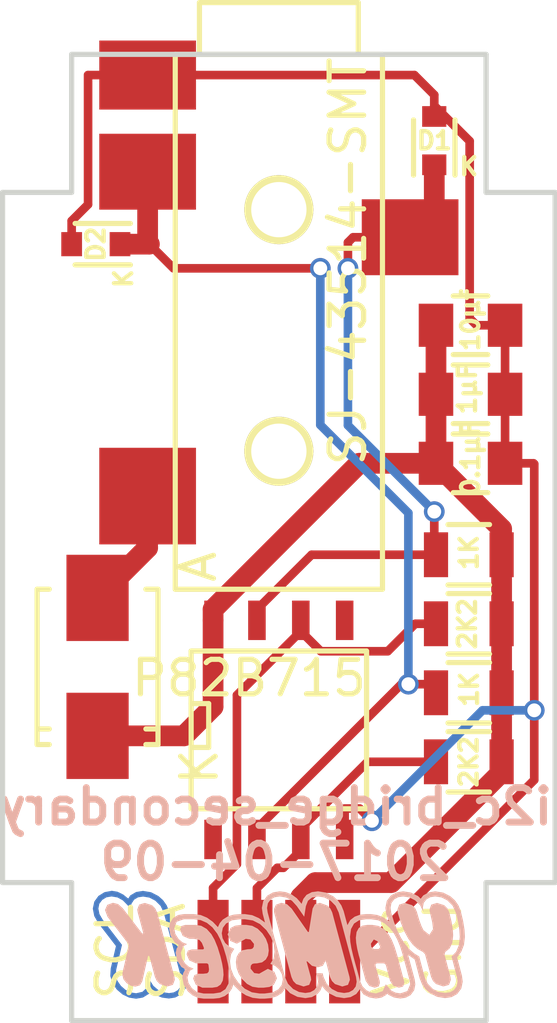
<source format=kicad_pcb>
(kicad_pcb (version 20171130) (host pcbnew "(5.1.12)-1")

  (general
    (thickness 1.6)
    (drawings 41)
    (tracks 97)
    (zones 0)
    (modules 14)
    (nets 8)
  )

  (page A4)
  (layers
    (0 F.Cu signal)
    (31 B.Cu signal)
    (32 B.Adhes user hide)
    (33 F.Adhes user hide)
    (34 B.Paste user hide)
    (35 F.Paste user hide)
    (36 B.SilkS user hide)
    (37 F.SilkS user hide)
    (38 B.Mask user hide)
    (39 F.Mask user hide)
    (40 Dwgs.User user hide)
    (41 Cmts.User user hide)
    (42 Eco1.User user hide)
    (43 Eco2.User user hide)
    (44 Edge.Cuts user)
    (45 Margin user hide)
    (46 B.CrtYd user hide)
    (47 F.CrtYd user hide)
    (48 B.Fab user hide)
    (49 F.Fab user hide)
  )

  (setup
    (last_trace_width 0.25)
    (user_trace_width 0.6)
    (trace_clearance 0.2)
    (zone_clearance 0.508)
    (zone_45_only no)
    (trace_min 0.2)
    (via_size 0.6)
    (via_drill 0.4)
    (via_min_size 0.4)
    (via_min_drill 0.3)
    (uvia_size 0.3)
    (uvia_drill 0.1)
    (uvias_allowed no)
    (uvia_min_size 0.2)
    (uvia_min_drill 0.1)
    (edge_width 0.15)
    (segment_width 0.2)
    (pcb_text_width 0.3)
    (pcb_text_size 1.5 1.5)
    (mod_edge_width 0.15)
    (mod_text_size 1 1)
    (mod_text_width 0.15)
    (pad_size 1.6 3.4)
    (pad_drill 0)
    (pad_to_mask_clearance 0.2)
    (aux_axis_origin 50 45)
    (visible_elements 7FFFFFFF)
    (pcbplotparams
      (layerselection 0x00030_80000001)
      (usegerberextensions false)
      (usegerberattributes true)
      (usegerberadvancedattributes true)
      (creategerberjobfile true)
      (excludeedgelayer true)
      (linewidth 0.100000)
      (plotframeref false)
      (viasonmask false)
      (mode 1)
      (useauxorigin false)
      (hpglpennumber 1)
      (hpglpenspeed 20)
      (hpglpendiameter 15.000000)
      (psnegative false)
      (psa4output false)
      (plotreference true)
      (plotvalue true)
      (plotinvisibletext false)
      (padsonsilk false)
      (subtractmaskfromsilk false)
      (outputformat 1)
      (mirror false)
      (drillshape 1)
      (scaleselection 1)
      (outputdirectory ""))
  )

  (net 0 "")
  (net 1 +5V)
  (net 2 GND)
  (net 3 /i2c_bridge_common/SCL_connector)
  (net 4 /i2c_bridge_common/SDA_connector)
  (net 5 /i2c_bridge_common/SCL_inside)
  (net 6 /i2c_bridge_common/SDA_inside)
  (net 7 "Net-(D3-Pad2)")

  (net_class Default "This is the default net class."
    (clearance 0.2)
    (trace_width 0.25)
    (via_dia 0.6)
    (via_drill 0.4)
    (uvia_dia 0.3)
    (uvia_drill 0.1)
    (add_net +5V)
    (add_net /i2c_bridge_common/SCL_connector)
    (add_net /i2c_bridge_common/SCL_inside)
    (add_net /i2c_bridge_common/SDA_connector)
    (add_net /i2c_bridge_common/SDA_inside)
    (add_net GND)
    (add_net "Net-(D3-Pad2)")
  )

  (net_class power ""
    (clearance 0.3)
    (trace_width 0.4)
    (via_dia 0.8)
    (via_drill 0.6)
    (uvia_dia 0.3)
    (uvia_drill 0.1)
  )

  (module myComponents:solderPads_4_Grove_I2C (layer F.Cu) (tedit 58E53D59) (tstamp 0)
    (at 50 71)
    (path /58E54ECF)
    (fp_text reference I2C1 (at 0.635 2.54) (layer F.SilkS) hide
      (effects (font (size 1 1) (thickness 0.15)))
    )
    (fp_text value CONN_01X04 (at 0 3) (layer F.Fab)
      (effects (font (size 1 1) (thickness 0.15)))
    )
    (fp_text user SDA (at -3.25 0 90) (layer F.SilkS)
      (effects (font (size 1 1) (thickness 0.15)))
    )
    (fp_text user SCL (at -4.75 0 90) (layer F.SilkS)
      (effects (font (size 1 1) (thickness 0.15)))
    )
    (fp_text user Gnd (at 4.75 0 90) (layer F.SilkS)
      (effects (font (size 1 1) (thickness 0.15)))
    )
    (fp_text user Vcc (at 3.25 0 90) (layer F.SilkS)
      (effects (font (size 1 1) (thickness 0.15)))
    )
    (pad 1 smd rect (at -1.905 0) (size 0.9 3) (layers F.Cu F.Paste F.Mask)
      (net 5 /i2c_bridge_common/SCL_inside))
    (pad 2 smd rect (at -0.635 0) (size 0.9 3) (layers F.Cu F.Paste F.Mask)
      (net 6 /i2c_bridge_common/SDA_inside))
    (pad 3 smd rect (at 0.635 0) (size 0.9 3) (layers F.Cu F.Paste F.Mask)
      (net 1 +5V))
    (pad 4 smd rect (at 1.905 0) (size 0.9 3) (layers F.Cu F.Paste F.Mask)
      (net 2 GND))
  )

  (module Capacitors_SMD:C_0805 (layer F.Cu) (tedit 58E6699A) (tstamp 58E665DA)
    (at 55.55 52.85)
    (descr "Capacitor SMD 0805, reflow soldering, AVX (see smccp.pdf)")
    (tags "capacitor 0805")
    (path /58E667B4/58E68B64)
    (attr smd)
    (fp_text reference C1 (at 2.5 0) (layer F.Fab)
      (effects (font (size 1 1) (thickness 0.15)))
    )
    (fp_text value 10µf (at 0 -0.15 270) (layer F.SilkS)
      (effects (font (size 0.5 0.5) (thickness 0.125)))
    )
    (fp_line (start -0.5 0.85) (end 0.5 0.85) (layer F.SilkS) (width 0.15))
    (fp_line (start 0.5 -0.85) (end -0.5 -0.85) (layer F.SilkS) (width 0.15))
    (fp_line (start 1.8 -1) (end 1.8 1) (layer F.CrtYd) (width 0.05))
    (fp_line (start -1.8 -1) (end -1.8 1) (layer F.CrtYd) (width 0.05))
    (fp_line (start -1.8 1) (end 1.8 1) (layer F.CrtYd) (width 0.05))
    (fp_line (start -1.8 -1) (end 1.8 -1) (layer F.CrtYd) (width 0.05))
    (fp_line (start -1 -0.625) (end 1 -0.625) (layer F.Fab) (width 0.15))
    (fp_line (start 1 -0.625) (end 1 0.625) (layer F.Fab) (width 0.15))
    (fp_line (start 1 0.625) (end -1 0.625) (layer F.Fab) (width 0.15))
    (fp_line (start -1 0.625) (end -1 -0.625) (layer F.Fab) (width 0.15))
    (pad 1 smd rect (at -1 0) (size 1 1.25) (layers F.Cu F.Paste F.Mask)
      (net 1 +5V))
    (pad 2 smd rect (at 1 0) (size 1 1.25) (layers F.Cu F.Paste F.Mask)
      (net 2 GND))
    (model Capacitors_SMD.3dshapes/C_0805.wrl
      (at (xyz 0 0 0))
      (scale (xyz 1 1 1))
      (rotate (xyz 0 0 0))
    )
  )

  (module Capacitors_SMD:C_0805 (layer F.Cu) (tedit 58E669AE) (tstamp 58E665EA)
    (at 55.55 54.85)
    (descr "Capacitor SMD 0805, reflow soldering, AVX (see smccp.pdf)")
    (tags "capacitor 0805")
    (path /58E667B4/58E68B6B)
    (attr smd)
    (fp_text reference C2 (at 2.404999 -0.065) (layer F.Fab)
      (effects (font (size 1 1) (thickness 0.15)))
    )
    (fp_text value 1µF (at -0.095001 -0.15 270) (layer F.SilkS)
      (effects (font (size 0.5 0.5) (thickness 0.125)))
    )
    (fp_line (start -0.5 0.85) (end 0.5 0.85) (layer F.SilkS) (width 0.15))
    (fp_line (start 0.5 -0.85) (end -0.5 -0.85) (layer F.SilkS) (width 0.15))
    (fp_line (start 1.8 -1) (end 1.8 1) (layer F.CrtYd) (width 0.05))
    (fp_line (start -1.8 -1) (end -1.8 1) (layer F.CrtYd) (width 0.05))
    (fp_line (start -1.8 1) (end 1.8 1) (layer F.CrtYd) (width 0.05))
    (fp_line (start -1.8 -1) (end 1.8 -1) (layer F.CrtYd) (width 0.05))
    (fp_line (start -1 -0.625) (end 1 -0.625) (layer F.Fab) (width 0.15))
    (fp_line (start 1 -0.625) (end 1 0.625) (layer F.Fab) (width 0.15))
    (fp_line (start 1 0.625) (end -1 0.625) (layer F.Fab) (width 0.15))
    (fp_line (start -1 0.625) (end -1 -0.625) (layer F.Fab) (width 0.15))
    (pad 1 smd rect (at -1 0) (size 1 1.25) (layers F.Cu F.Paste F.Mask)
      (net 1 +5V))
    (pad 2 smd rect (at 1 0) (size 1 1.25) (layers F.Cu F.Paste F.Mask)
      (net 2 GND))
    (model Capacitors_SMD.3dshapes/C_0805.wrl
      (at (xyz 0 0 0))
      (scale (xyz 1 1 1))
      (rotate (xyz 0 0 0))
    )
  )

  (module Capacitors_SMD:C_0805 (layer F.Cu) (tedit 58E669DD) (tstamp 58E665FA)
    (at 55.55 56.85)
    (descr "Capacitor SMD 0805, reflow soldering, AVX (see smccp.pdf)")
    (tags "capacitor 0805")
    (path /58E667B4/58E68B72)
    (attr smd)
    (fp_text reference C3 (at 2.5 0) (layer F.Fab)
      (effects (font (size 1 1) (thickness 0.15)))
    )
    (fp_text value 0.1µF (at 0 -0.15 270) (layer F.SilkS)
      (effects (font (size 0.5 0.5) (thickness 0.125)))
    )
    (fp_line (start -0.5 0.85) (end 0.5 0.85) (layer F.SilkS) (width 0.15))
    (fp_line (start 0.5 -0.85) (end -0.5 -0.85) (layer F.SilkS) (width 0.15))
    (fp_line (start 1.8 -1) (end 1.8 1) (layer F.CrtYd) (width 0.05))
    (fp_line (start -1.8 -1) (end -1.8 1) (layer F.CrtYd) (width 0.05))
    (fp_line (start -1.8 1) (end 1.8 1) (layer F.CrtYd) (width 0.05))
    (fp_line (start -1.8 -1) (end 1.8 -1) (layer F.CrtYd) (width 0.05))
    (fp_line (start -1 -0.625) (end 1 -0.625) (layer F.Fab) (width 0.15))
    (fp_line (start 1 -0.625) (end 1 0.625) (layer F.Fab) (width 0.15))
    (fp_line (start 1 0.625) (end -1 0.625) (layer F.Fab) (width 0.15))
    (fp_line (start -1 0.625) (end -1 -0.625) (layer F.Fab) (width 0.15))
    (pad 1 smd rect (at -1 0) (size 1 1.25) (layers F.Cu F.Paste F.Mask)
      (net 1 +5V))
    (pad 2 smd rect (at 1 0) (size 1 1.25) (layers F.Cu F.Paste F.Mask)
      (net 2 GND))
    (model Capacitors_SMD.3dshapes/C_0805.wrl
      (at (xyz 0 0 0))
      (scale (xyz 1 1 1))
      (rotate (xyz 0 0 0))
    )
  )

  (module Diodes_SMD:SOD-523 (layer F.Cu) (tedit 58E7A419) (tstamp 58E665FB)
    (at 54.5 47.5 90)
    (descr "http://www.diodes.com/datasheets/ap02001.pdf p.144")
    (tags "Diode SOD523")
    (path /58E667B4/58E68B27)
    (attr smd)
    (fp_text reference D1 (at 0 0 180) (layer F.SilkS)
      (effects (font (size 0.5 0.5) (thickness 0.125)))
    )
    (fp_text value VESD05a1 (at 5 0 90) (layer F.Fab)
      (effects (font (size 1 1) (thickness 0.15)))
    )
    (fp_line (start 0.6 0.6) (end -1 0.6) (layer F.SilkS) (width 0.15))
    (fp_line (start 0.6 -0.6) (end -1 -0.6) (layer F.SilkS) (width 0.15))
    (fp_line (start 0.6 0.4) (end -0.6 0.4) (layer F.Fab) (width 0.15))
    (fp_line (start -0.6 0.4) (end -0.6 -0.4) (layer F.Fab) (width 0.15))
    (fp_line (start -0.6 -0.4) (end 0.6 -0.4) (layer F.Fab) (width 0.15))
    (fp_line (start 0.6 -0.4) (end 0.6 0.4) (layer F.Fab) (width 0.15))
    (fp_line (start -0.2 0.2) (end -0.2 -0.2) (layer F.Fab) (width 0.15))
    (fp_line (start -0.2 0) (end -0.35 0) (layer F.Fab) (width 0.15))
    (fp_line (start -0.2 0) (end 0.1 0.2) (layer F.Fab) (width 0.15))
    (fp_line (start 0.1 0.2) (end 0.1 -0.2) (layer F.Fab) (width 0.15))
    (fp_line (start 0.1 -0.2) (end -0.2 0) (layer F.Fab) (width 0.15))
    (fp_line (start 0.1 0) (end 0.25 0) (layer F.Fab) (width 0.15))
    (fp_line (start 1.25 0.75) (end -1.25 0.75) (layer F.CrtYd) (width 0.05))
    (fp_line (start -1.25 0.75) (end -1.25 -0.75) (layer F.CrtYd) (width 0.05))
    (fp_line (start -1.25 -0.75) (end 1.25 -0.75) (layer F.CrtYd) (width 0.05))
    (fp_line (start 1.25 -0.75) (end 1.25 0.75) (layer F.CrtYd) (width 0.05))
    (pad 2 smd rect (at 0.7 0 270) (size 0.6 0.7) (layers F.Cu F.Paste F.Mask)
      (net 2 GND))
    (pad 1 smd rect (at -0.7 0 270) (size 0.6 0.7) (layers F.Cu F.Paste F.Mask)
      (net 3 /i2c_bridge_common/SCL_connector))
  )

  (module Diodes_SMD:SOD-523 (layer F.Cu) (tedit 58E7A473) (tstamp 0)
    (at 44.7 50.5 180)
    (descr "http://www.diodes.com/datasheets/ap02001.pdf p.144")
    (tags "Diode SOD523")
    (path /58E667B4/58E68B2E)
    (attr smd)
    (fp_text reference D2 (at 0 0 270) (layer F.SilkS)
      (effects (font (size 0.5 0.5) (thickness 0.125)))
    )
    (fp_text value VESD05a1 (at 6.7 0 180) (layer F.Fab)
      (effects (font (size 1 1) (thickness 0.15)))
    )
    (fp_line (start 0.6 0.6) (end -1 0.6) (layer F.SilkS) (width 0.15))
    (fp_line (start 0.6 -0.6) (end -1 -0.6) (layer F.SilkS) (width 0.15))
    (fp_line (start 0.6 0.4) (end -0.6 0.4) (layer F.Fab) (width 0.15))
    (fp_line (start -0.6 0.4) (end -0.6 -0.4) (layer F.Fab) (width 0.15))
    (fp_line (start -0.6 -0.4) (end 0.6 -0.4) (layer F.Fab) (width 0.15))
    (fp_line (start 0.6 -0.4) (end 0.6 0.4) (layer F.Fab) (width 0.15))
    (fp_line (start -0.2 0.2) (end -0.2 -0.2) (layer F.Fab) (width 0.15))
    (fp_line (start -0.2 0) (end -0.35 0) (layer F.Fab) (width 0.15))
    (fp_line (start -0.2 0) (end 0.1 0.2) (layer F.Fab) (width 0.15))
    (fp_line (start 0.1 0.2) (end 0.1 -0.2) (layer F.Fab) (width 0.15))
    (fp_line (start 0.1 -0.2) (end -0.2 0) (layer F.Fab) (width 0.15))
    (fp_line (start 0.1 0) (end 0.25 0) (layer F.Fab) (width 0.15))
    (fp_line (start 1.25 0.75) (end -1.25 0.75) (layer F.CrtYd) (width 0.05))
    (fp_line (start -1.25 0.75) (end -1.25 -0.75) (layer F.CrtYd) (width 0.05))
    (fp_line (start -1.25 -0.75) (end 1.25 -0.75) (layer F.CrtYd) (width 0.05))
    (fp_line (start 1.25 -0.75) (end 1.25 0.75) (layer F.CrtYd) (width 0.05))
    (pad 2 smd rect (at 0.7 0) (size 0.6 0.7) (layers F.Cu F.Paste F.Mask)
      (net 2 GND))
    (pad 1 smd rect (at -0.7 0) (size 0.6 0.7) (layers F.Cu F.Paste F.Mask)
      (net 4 /i2c_bridge_common/SDA_connector))
  )

  (module SMD_Packages:SOIC-8-N (layer F.Cu) (tedit 58E7A4A6) (tstamp 58E6668D)
    (at 50 64.575)
    (descr "Module Narrow CMS SOJ 8 pins large")
    (tags "CMS SOJ")
    (path /58E667B4/58E68B1E)
    (attr smd)
    (fp_text reference U1 (at -0.365 1.5) (layer F.Fab)
      (effects (font (size 1 1) (thickness 0.15)))
    )
    (fp_text value P82B715 (at -0.865 -1.5) (layer F.SilkS)
      (effects (font (size 1 1) (thickness 0.15)))
    )
    (fp_line (start -2.032 0.508) (end -2.54 0.508) (layer F.SilkS) (width 0.15))
    (fp_line (start -2.032 -0.762) (end -2.032 0.508) (layer F.SilkS) (width 0.15))
    (fp_line (start -2.54 -0.762) (end -2.032 -0.762) (layer F.SilkS) (width 0.15))
    (fp_line (start -2.54 2.286) (end -2.54 -2.286) (layer F.SilkS) (width 0.15))
    (fp_line (start 2.54 2.286) (end -2.54 2.286) (layer F.SilkS) (width 0.15))
    (fp_line (start 2.54 -2.286) (end 2.54 2.286) (layer F.SilkS) (width 0.15))
    (fp_line (start -2.54 -2.286) (end 2.54 -2.286) (layer F.SilkS) (width 0.15))
    (pad 8 smd rect (at -1.905 -3.175) (size 0.508 1.143) (layers F.Cu F.Paste F.Mask)
      (net 1 +5V))
    (pad 7 smd rect (at -0.635 -3.175) (size 0.508 1.143) (layers F.Cu F.Paste F.Mask)
      (net 3 /i2c_bridge_common/SCL_connector))
    (pad 6 smd rect (at 0.635 -3.175) (size 0.508 1.143) (layers F.Cu F.Paste F.Mask)
      (net 5 /i2c_bridge_common/SCL_inside))
    (pad 5 smd rect (at 1.905 -3.175) (size 0.508 1.143) (layers F.Cu F.Paste F.Mask))
    (pad 4 smd rect (at 1.905 3.175) (size 0.508 1.143) (layers F.Cu F.Paste F.Mask)
      (net 2 GND))
    (pad 3 smd rect (at 0.635 3.175) (size 0.508 1.143) (layers F.Cu F.Paste F.Mask)
      (net 6 /i2c_bridge_common/SDA_inside))
    (pad 2 smd rect (at -0.635 3.175) (size 0.508 1.143) (layers F.Cu F.Paste F.Mask)
      (net 4 /i2c_bridge_common/SDA_connector))
    (pad 1 smd rect (at -1.905 3.175) (size 0.508 1.143) (layers F.Cu F.Paste F.Mask))
    (model SMD_Packages.3dshapes/SOIC-8-N.wrl
      (at (xyz 0 0 0))
      (scale (xyz 0.5 0.38 0.5))
      (rotate (xyz 0 0 0))
    )
  )

  (module Resistors_SMD:R_0805 (layer F.Cu) (tedit 58E66A9B) (tstamp 0)
    (at 55.5 59.5)
    (descr "Resistor SMD 0805, reflow soldering, Vishay (see dcrcw.pdf)")
    (tags "resistor 0805")
    (path /58E667B4/58E68B35)
    (attr smd)
    (fp_text reference R1 (at 2.254999 -0.065) (layer F.Fab)
      (effects (font (size 1 1) (thickness 0.15)))
    )
    (fp_text value 1K (at 0.004999 -0.065 270) (layer F.SilkS)
      (effects (font (size 0.5 0.5) (thickness 0.125)))
    )
    (fp_line (start -0.6 -0.875) (end 0.6 -0.875) (layer F.SilkS) (width 0.15))
    (fp_line (start 0.6 0.875) (end -0.6 0.875) (layer F.SilkS) (width 0.15))
    (fp_line (start 1.6 -1) (end 1.6 1) (layer F.CrtYd) (width 0.05))
    (fp_line (start -1.6 -1) (end -1.6 1) (layer F.CrtYd) (width 0.05))
    (fp_line (start -1.6 1) (end 1.6 1) (layer F.CrtYd) (width 0.05))
    (fp_line (start -1.6 -1) (end 1.6 -1) (layer F.CrtYd) (width 0.05))
    (fp_line (start -1 -0.625) (end 1 -0.625) (layer F.Fab) (width 0.1))
    (fp_line (start 1 -0.625) (end 1 0.625) (layer F.Fab) (width 0.1))
    (fp_line (start 1 0.625) (end -1 0.625) (layer F.Fab) (width 0.1))
    (fp_line (start -1 0.625) (end -1 -0.625) (layer F.Fab) (width 0.1))
    (pad 1 smd rect (at -0.95 0) (size 0.7 1.3) (layers F.Cu F.Paste F.Mask)
      (net 3 /i2c_bridge_common/SCL_connector))
    (pad 2 smd rect (at 0.95 0) (size 0.7 1.3) (layers F.Cu F.Paste F.Mask)
      (net 1 +5V))
    (model Resistors_SMD.3dshapes/R_0805.wrl
      (at (xyz 0 0 0))
      (scale (xyz 1 1 1))
      (rotate (xyz 0 0 0))
    )
  )

  (module Resistors_SMD:R_0805 (layer F.Cu) (tedit 58E66A6F) (tstamp 0)
    (at 55.5 63.5)
    (descr "Resistor SMD 0805, reflow soldering, Vishay (see dcrcw.pdf)")
    (tags "resistor 0805")
    (path /58E667B4/58E68B3C)
    (attr smd)
    (fp_text reference R2 (at 2.264999 -0.115) (layer F.Fab)
      (effects (font (size 1 1) (thickness 0.15)))
    )
    (fp_text value 1K (at 0.014999 -0.1 270) (layer F.SilkS)
      (effects (font (size 0.5 0.5) (thickness 0.125)))
    )
    (fp_line (start -0.6 -0.875) (end 0.6 -0.875) (layer F.SilkS) (width 0.15))
    (fp_line (start 0.6 0.875) (end -0.6 0.875) (layer F.SilkS) (width 0.15))
    (fp_line (start 1.6 -1) (end 1.6 1) (layer F.CrtYd) (width 0.05))
    (fp_line (start -1.6 -1) (end -1.6 1) (layer F.CrtYd) (width 0.05))
    (fp_line (start -1.6 1) (end 1.6 1) (layer F.CrtYd) (width 0.05))
    (fp_line (start -1.6 -1) (end 1.6 -1) (layer F.CrtYd) (width 0.05))
    (fp_line (start -1 -0.625) (end 1 -0.625) (layer F.Fab) (width 0.1))
    (fp_line (start 1 -0.625) (end 1 0.625) (layer F.Fab) (width 0.1))
    (fp_line (start 1 0.625) (end -1 0.625) (layer F.Fab) (width 0.1))
    (fp_line (start -1 0.625) (end -1 -0.625) (layer F.Fab) (width 0.1))
    (pad 1 smd rect (at -0.95 0) (size 0.7 1.3) (layers F.Cu F.Paste F.Mask)
      (net 4 /i2c_bridge_common/SDA_connector))
    (pad 2 smd rect (at 0.95 0) (size 0.7 1.3) (layers F.Cu F.Paste F.Mask)
      (net 1 +5V))
    (model Resistors_SMD.3dshapes/R_0805.wrl
      (at (xyz 0 0 0))
      (scale (xyz 1 1 1))
      (rotate (xyz 0 0 0))
    )
  )

  (module Resistors_SMD:R_0805 (layer F.Cu) (tedit 58E66AB2) (tstamp 58E674A4)
    (at 55.5 61.5)
    (descr "Resistor SMD 0805, reflow soldering, Vishay (see dcrcw.pdf)")
    (tags "resistor 0805")
    (path /58E667B4/58E68B4A)
    (attr smd)
    (fp_text reference R3 (at 2.204999 0.065) (layer F.Fab)
      (effects (font (size 1 1) (thickness 0.15)))
    )
    (fp_text value 2K2 (at -0.045001 0 270) (layer F.SilkS)
      (effects (font (size 0.5 0.5) (thickness 0.125)))
    )
    (fp_line (start -0.6 -0.875) (end 0.6 -0.875) (layer F.SilkS) (width 0.15))
    (fp_line (start 0.6 0.875) (end -0.6 0.875) (layer F.SilkS) (width 0.15))
    (fp_line (start 1.6 -1) (end 1.6 1) (layer F.CrtYd) (width 0.05))
    (fp_line (start -1.6 -1) (end -1.6 1) (layer F.CrtYd) (width 0.05))
    (fp_line (start -1.6 1) (end 1.6 1) (layer F.CrtYd) (width 0.05))
    (fp_line (start -1.6 -1) (end 1.6 -1) (layer F.CrtYd) (width 0.05))
    (fp_line (start -1 -0.625) (end 1 -0.625) (layer F.Fab) (width 0.1))
    (fp_line (start 1 -0.625) (end 1 0.625) (layer F.Fab) (width 0.1))
    (fp_line (start 1 0.625) (end -1 0.625) (layer F.Fab) (width 0.1))
    (fp_line (start -1 0.625) (end -1 -0.625) (layer F.Fab) (width 0.1))
    (pad 1 smd rect (at -0.95 0) (size 0.7 1.3) (layers F.Cu F.Paste F.Mask)
      (net 5 /i2c_bridge_common/SCL_inside))
    (pad 2 smd rect (at 0.95 0) (size 0.7 1.3) (layers F.Cu F.Paste F.Mask)
      (net 1 +5V))
    (model Resistors_SMD.3dshapes/R_0805.wrl
      (at (xyz 0 0 0))
      (scale (xyz 1 1 1))
      (rotate (xyz 0 0 0))
    )
  )

  (module Resistors_SMD:R_0805 (layer F.Cu) (tedit 58E66AD3) (tstamp 58E674B3)
    (at 55.5 65.5)
    (descr "Resistor SMD 0805, reflow soldering, Vishay (see dcrcw.pdf)")
    (tags "resistor 0805")
    (path /58E667B4/58E68B43)
    (attr smd)
    (fp_text reference R4 (at 2.214999 -0.115) (layer F.Fab)
      (effects (font (size 1 1) (thickness 0.15)))
    )
    (fp_text value 2K2 (at 0 0 270) (layer F.SilkS)
      (effects (font (size 0.5 0.5) (thickness 0.125)))
    )
    (fp_line (start -0.6 -0.875) (end 0.6 -0.875) (layer F.SilkS) (width 0.15))
    (fp_line (start 0.6 0.875) (end -0.6 0.875) (layer F.SilkS) (width 0.15))
    (fp_line (start 1.6 -1) (end 1.6 1) (layer F.CrtYd) (width 0.05))
    (fp_line (start -1.6 -1) (end -1.6 1) (layer F.CrtYd) (width 0.05))
    (fp_line (start -1.6 1) (end 1.6 1) (layer F.CrtYd) (width 0.05))
    (fp_line (start -1.6 -1) (end 1.6 -1) (layer F.CrtYd) (width 0.05))
    (fp_line (start -1 -0.625) (end 1 -0.625) (layer F.Fab) (width 0.1))
    (fp_line (start 1 -0.625) (end 1 0.625) (layer F.Fab) (width 0.1))
    (fp_line (start 1 0.625) (end -1 0.625) (layer F.Fab) (width 0.1))
    (fp_line (start -1 0.625) (end -1 -0.625) (layer F.Fab) (width 0.1))
    (pad 1 smd rect (at -0.95 0) (size 0.7 1.3) (layers F.Cu F.Paste F.Mask)
      (net 6 /i2c_bridge_common/SDA_inside))
    (pad 2 smd rect (at 0.95 0) (size 0.7 1.3) (layers F.Cu F.Paste F.Mask)
      (net 1 +5V))
    (model Resistors_SMD.3dshapes/R_0805.wrl
      (at (xyz 0 0 0))
      (scale (xyz 1 1 1))
      (rotate (xyz 0 0 0))
    )
  )

  (module myComponents:audio_smd_SJ-43514-SMT (layer F.Cu) (tedit 58E7A452) (tstamp 58E59A50)
    (at 50 45 270)
    (path /58E2915A)
    (fp_text reference TRRS1 (at 6 2 270) (layer F.Fab)
      (effects (font (size 1 1) (thickness 0.15)))
    )
    (fp_text value SJ-43514-SMT (at 6 -2 270) (layer F.SilkS)
      (effects (font (size 1 1) (thickness 0.15)))
    )
    (fp_line (start -1.5 2.3) (end 0 2.3) (layer F.SilkS) (width 0.15))
    (fp_line (start -1.5 -2.3) (end -1.5 2.3) (layer F.SilkS) (width 0.15))
    (fp_line (start 0 -2.3) (end -1.5 -2.3) (layer F.SilkS) (width 0.15))
    (fp_line (start 15.5 -3) (end 0 -3) (layer F.SilkS) (width 0.15))
    (fp_line (start 15.5 3) (end 15.5 -3) (layer F.SilkS) (width 0.15))
    (fp_line (start 0 3) (end 15.5 3) (layer F.SilkS) (width 0.15))
    (fp_line (start 0 -3) (end 0 3) (layer F.SilkS) (width 0.15))
    (pad "" thru_hole circle (at 4.5 0 270) (size 2 2) (drill 1.6) (layers *.Cu *.Mask F.SilkS))
    (pad "" thru_hole circle (at 11.5 0 270) (size 2 2) (drill 1.6) (layers *.Cu *.Mask F.SilkS))
    (pad 4 smd rect (at 3.4 3.8 270) (size 2.2 2.8) (layers F.Cu F.Paste F.Mask)
      (net 4 /i2c_bridge_common/SDA_connector))
    (pad 2 smd rect (at 12.8 3.8 270) (size 2.8 2.8) (layers F.Cu F.Paste F.Mask)
      (net 7 "Net-(D3-Pad2)"))
    (pad 3 smd rect (at 5.3 -3.8 270) (size 2.2 2.8) (layers F.Cu F.Paste F.Mask)
      (net 3 /i2c_bridge_common/SCL_connector))
    (pad 1 smd rect (at 0.6 3.8 270) (size 2 2.8) (layers F.Cu F.Paste F.Mask)
      (net 2 GND))
    (model /mnt/gruscht/projects/keyboard/kicad_boards/myComponents.pretty/3d-models/audio_jack_SJ-43514-SMT.wrl
      (at (xyz 0 0 0))
      (scale (xyz 1 1 1))
      (rotate (xyz 0 0 0))
    )
  )

  (module Diodes_SMD:SMA_Standard (layer F.Cu) (tedit 552FF239) (tstamp 58E7E1A7)
    (at 44.75 62.749 90)
    (descr "Diode SMA")
    (tags "Diode SMA")
    (path /58E2BB79)
    (attr smd)
    (fp_text reference D3 (at 0 -3.81 90) (layer F.SilkS)
      (effects (font (size 1 1) (thickness 0.15)))
    )
    (fp_text value SS14 (at 0 4.3 90) (layer F.Fab)
      (effects (font (size 1 1) (thickness 0.15)))
    )
    (fp_circle (center 0 0) (end 0.20066 -0.0508) (layer F.Adhes) (width 0.381))
    (fp_line (start -2.25044 -1.75006) (end 2.25044 -1.75006) (layer F.SilkS) (width 0.15))
    (fp_line (start -2.25044 1.75006) (end 2.25044 1.75006) (layer F.SilkS) (width 0.15))
    (fp_line (start 2.25044 -1.75006) (end 2.25044 -1.39954) (layer F.SilkS) (width 0.15))
    (fp_line (start -2.25044 -1.75006) (end -2.25044 -1.39954) (layer F.SilkS) (width 0.15))
    (fp_line (start -2.25044 1.75006) (end -2.25044 1.39954) (layer F.SilkS) (width 0.15))
    (fp_line (start 2.25044 1.75006) (end 2.25044 1.39954) (layer F.SilkS) (width 0.15))
    (fp_line (start -1.79914 -1.75006) (end -1.79914 -1.39954) (layer F.SilkS) (width 0.15))
    (fp_line (start -1.79914 1.75006) (end -1.79914 1.39954) (layer F.SilkS) (width 0.15))
    (fp_line (start -3.5 2) (end -3.5 -2) (layer F.CrtYd) (width 0.05))
    (fp_line (start 3.5 2) (end -3.5 2) (layer F.CrtYd) (width 0.05))
    (fp_line (start 3.5 -2) (end 3.5 2) (layer F.CrtYd) (width 0.05))
    (fp_line (start -3.5 -2) (end 3.5 -2) (layer F.CrtYd) (width 0.05))
    (fp_text user K (at -2.9 2.95 90) (layer F.SilkS)
      (effects (font (size 1 1) (thickness 0.15)))
    )
    (fp_text user A (at 2.9 2.9 90) (layer F.SilkS)
      (effects (font (size 1 1) (thickness 0.15)))
    )
    (pad 1 smd rect (at -1.99898 0 90) (size 2.49936 1.80086) (layers F.Cu F.Paste F.Mask)
      (net 1 +5V))
    (pad 2 smd rect (at 1.99898 0 90) (size 2.49936 1.80086) (layers F.Cu F.Paste F.Mask)
      (net 7 "Net-(D3-Pad2)"))
    (model Diodes_SMD.3dshapes/SMA_Standard.wrl
      (at (xyz 0 0 0))
      (scale (xyz 0.3937 0.3937 0.3937))
      (rotate (xyz 0 0 180))
    )
  )

  (module myComponents:logo (layer B.Cu) (tedit 58EA325D) (tstamp 58EA2398)
    (at 50 70.8 180)
    (descr "Imported from logo.svg")
    (tags svg2mod)
    (attr smd)
    (fp_text reference svg2mod (at 0 4.613096 180) (layer B.SilkS) hide
      (effects (font (size 1.524 1.524) (thickness 0.3048)) (justify mirror))
    )
    (fp_text value G*** (at 0 -4.613096 180) (layer B.SilkS) hide
      (effects (font (size 1.524 1.524) (thickness 0.3048)) (justify mirror))
    )
    (fp_poly (pts (xy 4.849469 1.565096) (xy 4.269403 1.184452) (xy 4.288094 1.024728) (xy 4.377683 1.14052)
      (xy 4.517709 1.283795) (xy 4.673542 1.369697) (xy 4.845139 1.398312) (xy 4.845141 1.398312)
      (xy 4.99284 1.37304) (xy 5.114369 1.297292) (xy 5.198398 1.186229) (xy 5.226348 1.047124)
      (xy 5.194513 0.8872) (xy 5.09912 0.721668) (xy 4.542081 -0.003579) (xy 4.710289 -0.728827)
      (xy 4.721545 -0.890021) (xy 4.675505 -1.044571) (xy 4.572101 -1.192471) (xy 4.434993 -1.310963)
      (xy 4.287901 -1.382174) (xy 4.130853 -1.405947) (xy 3.95052 -1.36436) (xy 3.818348 -1.239649)
      (xy 3.734396 -1.031887) (xy 3.632515 -1.191611) (xy 3.491378 -1.312074) (xy 3.340945 -1.379539)
      (xy 3.181169 -1.402134) (xy 3.040854 -1.380509) (xy 2.926713 -1.315887) (xy 2.842679 -1.210267)
      (xy 2.814733 -1.072867) (xy 2.833313 -0.938491) (xy 3.334601 0.931332) (xy 3.425266 1.123678)
      (xy 3.577622 1.274896) (xy 3.748578 1.364848) (xy 3.93262 1.394976) (xy 4.077646 1.372381)
      (xy 4.190889 1.304916) (xy 4.269403 1.184452) (xy 4.849469 1.565096) (xy 4.671801 1.535847)
      (xy 4.509089 1.456195) (xy 4.361523 1.338277) (xy 4.303869 1.428337) (xy 4.134262 1.528135)
      (xy 3.936474 1.559854) (xy 3.701439 1.52161) (xy 3.486173 1.41023) (xy 3.352185 1.289699)
      (xy 3.249763 1.144163) (xy 3.182161 0.978036) (xy 2.681348 -0.893217) (xy 2.656092 -1.069526)
      (xy 2.702513 -1.27506) (xy 2.83097 -1.43882) (xy 2.996683 -1.529746) (xy 3.185494 -1.559378)
      (xy 3.388963 -1.531604) (xy 3.580044 -1.447874) (xy 3.703937 -1.305874) (xy 3.768747 -1.428337)
      (xy 3.936398 -1.530753) (xy 4.132801 -1.565096) (xy 4.336492 -1.533412) (xy 4.525196 -1.442854)
      (xy 4.692699 -1.300157) (xy 4.819928 -1.113438) (xy 4.881418 -0.906454) (xy 4.869427 -0.691656)
      (xy 4.717896 -0.039791) (xy 5.229191 0.62494) (xy 5.345838 0.829642) (xy 5.387869 1.046174)
      (xy 5.345095 1.248432) (xy 5.223949 1.415469) (xy 5.222029 1.415469) (xy 5.049702 1.523063)
      (xy 4.845618 1.561278) (xy 4.849469 1.565096)) (layer B.Cu) (width 0))
    (fp_poly (pts (xy 4.849469 1.565096) (xy 4.269403 1.184452) (xy 4.288094 1.024728) (xy 4.377683 1.14052)
      (xy 4.517709 1.283795) (xy 4.673542 1.369697) (xy 4.845139 1.398312) (xy 4.845141 1.398312)
      (xy 4.99284 1.37304) (xy 5.114369 1.297292) (xy 5.198398 1.186229) (xy 5.226348 1.047124)
      (xy 5.194513 0.8872) (xy 5.09912 0.721668) (xy 4.542081 -0.003579) (xy 4.710289 -0.728827)
      (xy 4.721545 -0.890021) (xy 4.675505 -1.044571) (xy 4.572101 -1.192471) (xy 4.434993 -1.310963)
      (xy 4.287901 -1.382174) (xy 4.130853 -1.405947) (xy 3.95052 -1.36436) (xy 3.818348 -1.239649)
      (xy 3.734396 -1.031887) (xy 3.632515 -1.191611) (xy 3.491378 -1.312074) (xy 3.340945 -1.379539)
      (xy 3.181169 -1.402134) (xy 3.040854 -1.380509) (xy 2.926713 -1.315887) (xy 2.842679 -1.210267)
      (xy 2.814733 -1.072867) (xy 2.833313 -0.938491) (xy 3.334601 0.931332) (xy 3.425266 1.123678)
      (xy 3.577622 1.274896) (xy 3.748578 1.364848) (xy 3.93262 1.394976) (xy 4.077646 1.372381)
      (xy 4.190889 1.304916) (xy 4.269403 1.184452) (xy 4.849469 1.565096) (xy 4.671801 1.535847)
      (xy 4.509089 1.456195) (xy 4.361523 1.338277) (xy 4.303869 1.428337) (xy 4.134262 1.528135)
      (xy 3.936474 1.559854) (xy 3.701439 1.52161) (xy 3.486173 1.41023) (xy 3.352185 1.289699)
      (xy 3.249763 1.144163) (xy 3.182161 0.978036) (xy 2.681348 -0.893217) (xy 2.656092 -1.069526)
      (xy 2.702513 -1.27506) (xy 2.83097 -1.43882) (xy 2.996683 -1.529746) (xy 3.185494 -1.559378)
      (xy 3.388963 -1.531604) (xy 3.580044 -1.447874) (xy 3.703937 -1.305874) (xy 3.768747 -1.428337)
      (xy 3.936398 -1.530753) (xy 4.132801 -1.565096) (xy 4.336492 -1.533412) (xy 4.525196 -1.442854)
      (xy 4.692699 -1.300157) (xy 4.819928 -1.113438) (xy 4.881418 -0.906454) (xy 4.869427 -0.691656)
      (xy 4.717896 -0.039791) (xy 5.229191 0.62494) (xy 5.345838 0.829642) (xy 5.387869 1.046174)
      (xy 5.345095 1.248432) (xy 5.223949 1.415469) (xy 5.222029 1.415469) (xy 5.049702 1.523063)
      (xy 4.845618 1.561278) (xy 4.849469 1.565096)) (layer B.Mask) (width 0))
    (fp_poly (pts (xy -4.169021 -0.209188) (xy -4.232584 -0.276484) (xy -4.408312 -0.934535) (xy -4.462524 -1.051377)
      (xy -4.550389 -1.140177) (xy -4.763504 -1.211217) (xy -4.926147 -1.162611) (xy -4.980361 -1.016793)
      (xy -4.96915 -0.934542) (xy -4.797162 -0.283968) (xy -4.819583 -0.209184) (xy -4.94629 -0.106156)
      (xy -5.022315 0.053371) (xy -5.047656 0.269398) (xy -5.035193 0.456345) (xy -4.997804 0.678188)
      (xy -4.935488 0.934929) (xy -4.880341 1.052705) (xy -4.789673 1.144307) (xy -4.580296 1.211603)
      (xy -4.41485 1.162997) (xy -4.359701 1.017179) (xy -4.374655 0.934917) (xy -4.441951 0.644216)
      (xy -4.464383 0.452595) (xy -4.35969 0.288082) (xy -4.187702 0.422684) (xy -4.12871 0.542745)
      (xy -4.066396 0.713489) (xy -4.000758 0.934917) (xy -4.004491 0.934917) (xy -3.950279 1.052694)
      (xy -3.862414 1.144298) (xy -3.649298 1.211594) (xy -3.486657 1.162987) (xy -3.432443 1.017168)
      (xy -3.443654 0.934917) (xy -3.43992 0.934917) (xy -3.531835 0.636218) (xy -3.635589 0.380724)
      (xy -3.751182 0.168435) (xy -3.878616 -0.000647) (xy -4.017889 -0.126525) (xy -4.169002 -0.209197)
      (xy -4.169021 -0.209188)) (layer B.SilkS) (width 0))
    (fp_poly (pts (xy 3.955243 -1.061664) (xy 3.790732 -0.340051) (xy 3.7683 -0.313875) (xy 3.745879 -0.347529)
      (xy 3.588845 -0.934541) (xy 3.534633 -1.051383) (xy 3.446768 -1.140182) (xy 3.233652 -1.211222)
      (xy 3.068206 -1.162617) (xy 3.013058 -1.016799) (xy 3.024268 -0.934538) (xy 3.525278 0.934928)
      (xy 3.580426 1.052705) (xy 3.671095 1.144308) (xy 3.880472 1.211604) (xy 4.045917 1.162998)
      (xy 4.101065 1.017179) (xy 4.08611 0.934928) (xy 3.929076 0.347915) (xy 3.936542 0.314261)
      (xy 3.970196 0.340427) (xy 4.52355 1.062041) (xy 4.653476 1.177013) (xy 4.803966 1.215337)
      (xy 4.968476 1.155518) (xy 5.035772 1.005961) (xy 4.960999 0.807796) (xy 4.370256 0.041317)
      (xy 4.347824 -0.040944) (xy 4.527289 -0.807424) (xy 4.531022 -0.870987) (xy 4.500177 -1.000915)
      (xy 4.407639 -1.114018) (xy 4.284256 -1.18973) (xy 4.153396 -1.214967) (xy 4.023469 -1.176643)
      (xy 3.955235 -1.06167) (xy 3.955243 -1.061664)) (layer B.SilkS) (width 0))
    (fp_poly (pts (xy -1.186372 1.215338) (xy -1.042282 1.173296) (xy -0.976708 1.04713) (xy -0.86854 0.374299)
      (xy -0.857106 0.366725) (xy -0.838524 0.374299) (xy -0.371068 1.04713) (xy -0.235666 1.173297)
      (xy -0.068485 1.215338) (xy 0.084951 1.159114) (xy 0.148802 1.013301) (xy 0.137367 0.935157)
      (xy -0.363445 -0.934666) (xy -0.415022 -1.051375) (xy -0.502108 -1.140042) (xy -0.715109 -1.211039)
      (xy -0.880569 -1.162437) (xy -0.935733 -1.016623) (xy -0.924298 -0.93466) (xy -0.804695 -0.497225)
      (xy -0.808535 -0.478163) (xy -0.823788 -0.485737) (xy -0.95919 -0.611904) (xy -1.126372 -0.653945)
      (xy -1.273065 -0.611903) (xy -1.339371 -0.485737) (xy -1.354624 -0.478163) (xy -1.365579 -0.497225)
      (xy -1.481371 -0.93466) (xy -1.535785 -1.051369) (xy -1.623847 -1.140036) (xy -1.836847 -1.211034)
      (xy -2.002308 -1.162432) (xy -2.057471 -1.016618) (xy -2.046037 -0.934655) (xy -1.545225 0.935168)
      (xy -1.491047 1.049035) (xy -1.403226 1.136732) (xy -1.186414 1.215356) (xy -1.186372 1.215338)) (layer B.SilkS) (width 0))
    (fp_poly (pts (xy 2.428424 0.574909) (xy 2.710995 0.574909) (xy 2.824404 0.540605) (xy 2.862046 0.435773)
      (xy 2.784852 0.254223) (xy 2.595677 0.171311) (xy 2.457013 0.171311) (xy 2.298334 0.136996)
      (xy 2.230542 0.055133) (xy 2.172536 -0.086486) (xy 2.170616 -0.091713) (xy 2.172536 -0.122209)
      (xy 2.201123 -0.135073) (xy 2.519908 -0.135073) (xy 2.633317 -0.170817) (xy 2.67144 -0.275169)
      (xy 2.593765 -0.45529) (xy 2.402684 -0.540111) (xy 2.091524 -0.540111) (xy 2.060548 -0.549178)
      (xy 2.042916 -0.572527) (xy 2.039076 -0.579674) (xy 2.022873 -0.714526) (xy 2.033838 -0.783145)
      (xy 2.07339 -0.826505) (xy 2.188706 -0.840798) (xy 2.330706 -0.840798) (xy 2.444115 -0.877011)
      (xy 2.482237 -0.981363) (xy 2.404563 -1.161485) (xy 2.215388 -1.245826) (xy 1.930912 -1.245826)
      (xy 1.786269 -1.223002) (xy 1.684556 -1.154338) (xy 1.62278 -1.038128) (xy 1.601644 -0.873197)
      (xy 1.61156 -0.727582) (xy 1.641489 -0.548667) (xy 1.691703 -0.336647) (xy 1.773843 -0.071344)
      (xy 1.861458 0.143031) (xy 1.95426 0.30664) (xy 2.090206 0.457668) (xy 2.24789 0.548138)
      (xy 2.42791 0.578251) (xy 2.428424 0.574909)) (layer B.SilkS) (width 0))
    (fp_poly (pts (xy 0.94601 0.574909) (xy 1.088487 0.574909) (xy 1.265989 0.552729) (xy 1.394406 0.488189)
      (xy 1.484465 0.300921) (xy 1.405361 0.10984) (xy 1.219522 0.028837) (xy 1.095629 0.093648)
      (xy 0.958394 0.171323) (xy 0.825448 0.151312) (xy 0.721096 0.023607) (xy 0.726323 -0.060734)
      (xy 0.765875 -0.11315) (xy 0.818291 -0.127443) (xy 0.904541 -0.131283) (xy 1.053498 -0.16008)
      (xy 1.158521 -0.239452) (xy 1.222986 -0.35506) (xy 1.244772 -0.500578) (xy 1.224757 -0.673628)
      (xy 1.164398 -0.838467) (xy 1.063221 -0.995671) (xy 0.923495 -1.134523) (xy 0.766125 -1.217978)
      (xy 0.591 -1.24584) (xy 0.449 -1.24584) (xy 0.27224 -1.223919) (xy 0.14451 -1.159589)
      (xy 0.054452 -0.972321) (xy 0.130217 -0.783147) (xy 0.31939 -0.698325) (xy 0.438041 -0.765035)
      (xy 0.571464 -0.8408) (xy 0.713464 -0.820789) (xy 0.818296 -0.693085) (xy 0.812536 -0.608743)
      (xy 0.772984 -0.558237) (xy 0.721048 -0.543943) (xy 0.634317 -0.540103) (xy 0.484464 -0.510378)
      (xy 0.377002 -0.428601) (xy 0.313976 -0.314437) (xy 0.292181 -0.168902) (xy 0.312683 0.004106)
      (xy 0.373954 0.168952) (xy 0.475637 0.326191) (xy 0.614856 0.464676) (xy 0.771291 0.54744)
      (xy 0.945952 0.574929) (xy 0.94601 0.574909)) (layer B.SilkS) (width 0))
    (fp_poly (pts (xy -2.701246 0.575043) (xy -2.749753 0.151159) (xy -2.664866 0.02934) (xy -2.678646 -0.067674)
      (xy -2.749753 -0.124449) (xy -2.891967 -0.124449) (xy -2.937166 -0.067674) (xy -2.860496 0.096403)
      (xy -2.749753 0.151159) (xy -2.701246 0.575043) (xy -2.88135 0.545797) (xy -3.038491 0.457631)
      (xy -3.173086 0.309909) (xy -3.266686 0.147) (xy -3.353027 -0.064883) (xy -3.432158 -0.325642)
      (xy -3.625083 -1.049939) (xy -3.625083 -1.051593) (xy -3.633902 -1.108919) (xy -3.595868 -1.211997)
      (xy -3.479011 -1.246172) (xy -3.320812 -1.193806) (xy -3.219389 -1.046081) (xy -3.219389 -1.044427)
      (xy -3.100877 -0.597943) (xy -3.073868 -0.554397) (xy -3.029219 -0.540065) (xy -2.842909 -0.540065)
      (xy -2.801567 -0.558255) (xy -2.79826 -0.605108) (xy -2.918976 -1.049939) (xy -2.918976 -1.051593)
      (xy -2.926142 -1.108919) (xy -2.888659 -1.211997) (xy -2.772904 -1.246172) (xy -2.616359 -1.193806)
      (xy -2.513833 -1.044427) (xy -2.322561 -0.332808) (xy -2.320908 -0.332808) (xy -2.3176 -0.320681)
      (xy -2.26857 -0.115224) (xy -2.238852 0.059014) (xy -2.228855 0.201871) (xy -2.249907 0.366743)
      (xy -2.312088 0.482991) (xy -2.4151 0.552029) (xy -2.560686 0.575043) (xy -2.701246 0.575043)) (layer B.SilkS) (width 0))
    (fp_poly (pts (xy -4.527974 1.547938) (xy -4.527974 1.398559) (xy -4.387832 1.377063) (xy -4.273863 1.31257)
      (xy -4.195325 1.21165) (xy -4.169132 1.073342) (xy -4.184015 0.94987) (xy -4.092443 1.140424)
      (xy -3.944788 1.286111) (xy -3.778417 1.370377) (xy -3.600829 1.398559) (xy -3.456832 1.377063)
      (xy -3.339002 1.31257) (xy -3.260463 1.208787) (xy -3.234271 1.069484) (xy -3.253013 0.934987)
      (xy -3.256871 0.916246) (xy -3.33836 0.648877) (xy -3.431136 0.410815) (xy -3.535201 0.202057)
      (xy -3.650558 0.022601) (xy -3.777209 -0.127555) (xy -3.915156 -0.248412) (xy -4.064401 -0.339974)
      (xy -4.221498 -0.934735) (xy -4.3112 -1.129867) (xy -4.460725 -1.282001) (xy -4.629086 -1.369131)
      (xy -4.812401 -1.398307) (xy -4.954414 -1.377804) (xy -5.066511 -1.316176) (xy -5.147637 -1.210524)
      (xy -5.174549 -1.07309) (xy -5.156359 -0.934735) (xy -4.999263 -0.339974) (xy -5.132185 -0.205377)
      (xy -5.211918 -0.015944) (xy -5.23849 0.228329) (xy -5.226401 0.424869) (xy -5.19018 0.650521)
      (xy -5.129901 0.905221) (xy -5.122184 0.934987) (xy -5.031762 1.130394) (xy -4.879649 1.282804)
      (xy -4.711289 1.369658) (xy -4.527974 1.398559) (xy -4.527974 1.547938) (xy -4.757839 1.511174)
      (xy -4.967292 1.404071) (xy -5.09977 1.284547) (xy -5.200417 1.139996) (xy -5.266602 0.974675)
      (xy -5.274319 0.943806) (xy -5.336853 0.679919) (xy -5.374978 0.441911) (xy -5.387869 0.228329)
      (xy -5.360518 -0.004594) (xy -5.2827 -0.203231) (xy -5.160769 -0.366983) (xy -5.300777 -0.896701)
      (xy -5.323928 -1.07309) (xy -5.282444 -1.270369) (xy -5.162974 -1.430278) (xy -5.162422 -1.430278)
      (xy -5.000698 -1.519076) (xy -4.812401 -1.547687) (xy -4.582271 -1.510573) (xy -4.373082 -1.403268)
      (xy -4.242394 -1.283596) (xy -4.142859 -1.139404) (xy -4.077079 -0.974423) (xy -3.933212 -0.42872)
      (xy -3.513769 -0.056861) (xy -3.427156 0.153308) (xy -3.328989 0.331396) (xy -3.219389 0.477478)
      (xy -3.055268 0.622171) (xy -2.870385 0.709156) (xy -2.664866 0.738203) (xy -2.522652 0.738203)
      (xy -2.321848 0.707157) (xy -2.17704 0.612526) (xy -2.089178 0.454034) (xy -2.059632 0.234392)
      (xy -2.069427 0.082849) (xy -2.09882 -0.096486) (xy -2.147826 -0.304145) (xy -2.147826 -0.30635)
      (xy -2.191844 -0.468966) (xy -2.223894 -0.585265) (xy -2.287845 -0.81374) (xy -2.350122 -1.052144)
      (xy -2.420681 -1.202734) (xy -2.537535 -1.320035) (xy -2.669875 -1.387654) (xy -2.812592 -1.410434)
      (xy -3.008824 -1.343737) (xy -3.095365 -1.149158) (xy -3.095365 -1.143646) (xy -3.25191 -1.325547)
      (xy -3.379311 -1.38899) (xy -3.517045 -1.410434) (xy -3.720443 -1.343737) (xy -3.803125 -1.149158)
      (xy -3.788794 -1.046081) (xy -3.788794 -1.044427) (xy -3.588703 -0.299184) (xy -3.513769 -0.056861)
      (xy -3.933212 -0.42872) (xy -3.741941 -0.293672) (xy -3.933212 -1.005842) (xy -3.937622 -1.040569)
      (xy -3.952505 -1.149158) (xy -3.918619 -1.318886) (xy -3.815252 -1.459492) (xy -3.674471 -1.535629)
      (xy -3.517045 -1.559813) (xy -3.333882 -1.53094) (xy -3.167023 -1.448468) (xy -3.137257 -1.414844)
      (xy -3.104736 -1.45839) (xy -2.969803 -1.53404) (xy -2.225812 -1.209529) (xy -2.252006 -1.07309)
      (xy -2.233264 -0.934735) (xy -1.73221 0.934987) (xy -1.642508 1.12753) (xy -1.492982 1.278945)
      (xy -1.317301 1.368663) (xy -1.134141 1.398559) (xy -0.960433 1.367363) (xy -0.843176 1.273818)
      (xy -0.782466 1.117991) (xy -0.733959 0.811515) (xy -0.520639 1.117991) (xy -0.378996 1.273818)
      (xy -0.213274 1.367363) (xy -0.023442 1.398559) (xy 0.120558 1.376071) (xy 0.238385 1.308711)
      (xy 0.316922 1.203058) (xy 0.343116 1.065625) (xy 0.324375 0.934987) (xy -0.17668 -0.934735)
      (xy -0.263519 -1.129866) (xy -0.412049 -1.282001) (xy -0.583273 -1.369131) (xy -0.767583 -1.398307)
      (xy -0.908719 -1.376812) (xy -1.025552 -1.312317) (xy -1.104089 -1.209529) (xy -1.130283 -1.07309)
      (xy -1.111541 -0.934735) (xy -1.081776 -0.826146) (xy -1.268086 -0.826146) (xy -1.294545 -0.934735)
      (xy -1.384247 -1.129866) (xy -1.533772 -1.282001) (xy -1.704997 -1.369131) (xy -1.889306 -1.398307)
      (xy -2.030442 -1.376812) (xy -2.147275 -1.312317) (xy -2.225812 -1.209529) (xy -2.969803 -1.53404)
      (xy -2.812592 -1.559813) (xy -2.623431 -1.529268) (xy -2.451546 -1.442404) (xy -2.34461 -1.29082)
      (xy -2.242084 -1.428073) (xy -2.077956 -1.517902) (xy -1.889306 -1.547687) (xy -1.658831 -1.51086)
      (xy -1.447783 -1.40437) (xy -1.340164 -1.308606) (xy -1.253755 -1.197665) (xy -1.204698 -1.324406)
      (xy -1.120361 -1.428073) (xy -0.956232 -1.517902) (xy -0.767583 -1.547687) (xy -0.083152 -1.162309)
      (xy -0.114944 -1.006393) (xy -0.089836 -0.860008) (xy -0.014072 -0.724171) (xy 0.101484 -0.620183)
      (xy 0.247204 -0.55605) (xy 0.154567 -0.400374) (xy 0.123181 -0.203272) (xy 0.149998 0.01726)
      (xy 0.230344 0.22674) (xy 0.364062 0.425113) (xy 0.547822 0.598853) (xy 0.754613 0.703316)
      (xy 0.983628 0.738203) (xy 1.126393 0.738203) (xy 1.355869 0.707819) (xy 1.527677 0.614731)
      (xy 1.621854 0.489832) (xy 1.653354 0.33306) (xy 1.628645 0.186523) (xy 1.554687 0.05194)
      (xy 1.43769 -0.053993) (xy 1.291757 -0.118937) (xy 1.383805 -0.27482) (xy 1.414678 -0.473368)
      (xy 1.387573 -0.692636) (xy 1.306327 -0.901731) (xy 1.171041 -1.1001) (xy 0.986629 -1.273952)
      (xy 0.781277 -1.378696) (xy 0.555334 -1.413741) (xy 0.412569 -1.413741) (xy 0.183093 -1.382806)
      (xy 0.011284 -1.289167) (xy -0.083152 -1.162309) (xy -0.767583 -1.547687) (xy -0.537108 -1.51086)
      (xy -0.32606 -1.40437) (xy -0.188807 -1.263259) (xy -0.087935 -1.401063) (xy 0.055992 -1.493742)
      (xy 0.224599 -1.546438) (xy 0.412569 -1.56312) (xy 0.555334 -1.56312) (xy 0.760409 -1.538625)
      (xy 1.432317 -0.911584) (xy 1.442704 -0.753739) (xy 1.474282 -0.56055) (xy 1.527677 -0.332808)
      (xy 1.608172 -0.070819) (xy 1.694014 0.146722) (xy 1.785095 0.320933) (xy 1.924292 0.502922)
      (xy 2.084008 0.633381) (xy 2.264043 0.711935) (xy 2.464192 0.738203) (xy 2.748619 0.738203)
      (xy 2.959183 0.66434) (xy 3.029739 0.475825) (xy 2.997586 0.313222) (xy 2.901857 0.164388)
      (xy 2.788534 0.068843) (xy 2.657118 0.016662) (xy 2.768463 -0.046727) (xy 2.838467 -0.235794)
      (xy 2.807421 -0.397522) (xy 2.71279 -0.545577) (xy 2.599466 -0.641122) (xy 2.468051 -0.693303)
      (xy 2.579396 -0.756693) (xy 2.648298 -0.945208) (xy 2.616976 -1.106937) (xy 2.52207 -1.254991)
      (xy 2.365897 -1.373458) (xy 2.17756 -1.413741) (xy 1.893133 -1.413741) (xy 1.692176 -1.382423)
      (xy 1.547521 -1.287513) (xy 1.460856 -1.129811) (xy 1.432317 -0.911584) (xy 0.760409 -1.538625)
      (xy 0.952584 -1.467208) (xy 1.128725 -1.351969) (xy 1.285694 -1.196011) (xy 1.314908 -1.148055)
      (xy 1.362247 -1.277136) (xy 1.437278 -1.388385) (xy 1.564903 -1.48769) (xy 1.719786 -1.54482)
      (xy 1.893133 -1.56312) (xy 2.17756 -1.56312) (xy 2.347751 -1.53821) (xy 2.50233 -1.466997)
      (xy 2.633415 -1.354761) (xy 2.754779 -1.162293) (xy 2.797677 -0.945208) (xy 2.771503 -0.824994)
      (xy 2.710034 -0.713147) (xy 2.824136 -0.645347) (xy 2.824687 -0.644796) (xy 2.945458 -0.452276)
      (xy 2.987847 -0.235794) (xy 2.961442 -0.114636) (xy 2.899652 -0.003181) (xy 3.013202 0.064618)
      (xy 3.013754 0.065169) (xy 3.135501 0.257613) (xy 3.179118 0.475825) (xy 3.151127 0.632673)
      (xy 3.067222 0.767969) (xy 2.92066 0.86018) (xy 2.748619 0.887583) (xy 2.464192 0.887583)
      (xy 2.263077 0.86043) (xy 2.079317 0.783709) (xy 1.91326 0.66453) (xy 1.765251 0.51)
      (xy 1.710012 0.627648) (xy 1.626345 0.727179) (xy 1.625794 0.727179) (xy 1.482014 0.819271)
      (xy 1.313733 0.871249) (xy 1.126393 0.887583) (xy 0.983628 0.887583) (xy 0.77342 0.856548)
      (xy 0.579652 0.771494) (xy 0.401545 0.644497) (xy 0.468242 0.894748) (xy 0.492495 1.065625)
      (xy 0.452379 1.262342) (xy 0.33595 1.422261) (xy 0.169544 1.516551) (xy -0.023442 1.547938)
      (xy -0.20388 1.524592) (xy -0.370189 1.456973) (xy -0.518154 1.348709) (xy -0.64356 1.203429)
      (xy -0.65734 1.183585) (xy -0.709236 1.32859) (xy -0.801207 1.445412) (xy -0.955403 1.524002)
      (xy -1.134141 1.547938) (xy -1.364161 1.510249) (xy -1.578421 1.401866) (xy -1.710314 1.281637)
      (xy -1.81019 1.138307) (xy -1.876077 0.975226) (xy -1.985218 0.568429) (xy -2.066798 0.713399)
      (xy -2.194678 0.812544) (xy -2.349595 0.869417) (xy -2.522652 0.887583) (xy -2.664866 0.887583)
      (xy -2.855619 0.861243) (xy -3.031858 0.78897) (xy -3.194033 0.680877) (xy -3.112453 0.877661)
      (xy -3.106389 0.90467) (xy -3.108594 0.896953) (xy -3.084892 1.069484) (xy -3.125426 1.268508)
      (xy -3.244193 1.428325) (xy -3.409842 1.518377) (xy -3.600829 1.547938) (xy -3.824525 1.511932)
      (xy -4.030226 1.408481) (xy -4.106845 1.332964) (xy -4.179606 1.427773) (xy -4.341137 1.517929)
      (xy -4.527974 1.547938)) (layer B.SilkS) (width 0))
  )

  (gr_text "i2c_bridge_secondary\n2017-04-09" (at 49.9 67.6) (layer B.SilkS)
    (effects (font (size 1 1) (thickness 0.2)) (justify mirror))
  )
  (gr_text K (at 45.5 51.5 90) (layer F.SilkS) (tstamp 58E816B3)
    (effects (font (size 0.5 0.5) (thickness 0.125)))
  )
  (gr_text K (at 55.5 48.25) (layer F.SilkS)
    (effects (font (size 0.5 0.5) (thickness 0.125)))
  )
  (gr_circle (center 38 47) (end 38 44.6) (layer Eco1.User) (width 0.2))
  (gr_line (start 34 47) (end 36 47) (layer Eco1.User) (width 0.2))
  (gr_line (start 34 55) (end 36 55) (layer Eco1.User) (width 0.2))
  (gr_line (start 34 63) (end 36 63) (layer Eco1.User) (width 0.2))
  (gr_line (start 34 67) (end 38 67) (layer Eco1.User) (width 0.2))
  (gr_line (start 34 59) (end 34 67) (layer Eco1.User) (width 0.2))
  (gr_line (start 34 59) (end 38 59) (layer Eco1.User) (width 0.2))
  (gr_line (start 34 51) (end 34 59) (layer Eco1.User) (width 0.2))
  (gr_line (start 34 51) (end 38 51) (layer Eco1.User) (width 0.2))
  (gr_line (start 34 43) (end 34 51) (layer Eco1.User) (width 0.2))
  (gr_line (start 38 43) (end 34 43) (layer Eco1.User) (width 0.2))
  (gr_line (start 38 78) (end 38 76) (layer Eco1.User) (width 0.2))
  (gr_line (start 46 78) (end 46 76) (layer Eco1.User) (width 0.2))
  (gr_line (start 54 78) (end 54 76) (layer Eco1.User) (width 0.2))
  (gr_line (start 62 78) (end 62 76) (layer Eco1.User) (width 0.2))
  (gr_line (start 66 78) (end 66 75) (layer Eco1.User) (width 0.2))
  (gr_line (start 58 78) (end 66 78) (layer Eco1.User) (width 0.2))
  (gr_line (start 34 78) (end 34 75) (layer Eco1.User) (width 0.2))
  (gr_line (start 42 78) (end 34 78) (layer Eco1.User) (width 0.2))
  (gr_line (start 42 78) (end 42 75) (layer Eco1.User) (width 0.2))
  (gr_line (start 50 78) (end 42 78) (layer Eco1.User) (width 0.2))
  (gr_line (start 58 78) (end 58 75) (layer Eco1.User) (width 0.2))
  (gr_line (start 50 78) (end 58 78) (layer Eco1.User) (width 0.2))
  (gr_line (start 50 75) (end 50 78) (layer Eco1.User) (width 0.2))
  (gr_line (start 44 49) (end 42 49) (layer Edge.Cuts) (width 0.15))
  (gr_line (start 44 45) (end 44 49) (layer Edge.Cuts) (width 0.15))
  (gr_line (start 56 49) (end 56 45) (layer Edge.Cuts) (width 0.15))
  (gr_line (start 58 49) (end 56 49) (layer Edge.Cuts) (width 0.15))
  (gr_line (start 42 49) (end 42 69) (layer Edge.Cuts) (width 0.15))
  (gr_line (start 58 69) (end 58 49) (layer Edge.Cuts) (width 0.15))
  (gr_line (start 56 69) (end 58 69) (layer Edge.Cuts) (width 0.15))
  (gr_line (start 56 69) (end 56 73) (layer Edge.Cuts) (width 0.15))
  (gr_line (start 44 69) (end 42 69) (layer Edge.Cuts) (width 0.15))
  (gr_line (start 44 69) (end 44 73) (layer Edge.Cuts) (width 0.15))
  (gr_line (start 56 73) (end 44 73) (layer Edge.Cuts) (width 0.15))
  (gr_line (start 56 45) (end 44 45) (layer Edge.Cuts) (width 0.15))
  (dimension 16 (width 0.3) (layer Eco2.User)
    (gr_text "16.000 mm" (at 50 39.65) (layer Eco2.User)
      (effects (font (size 1.5 1.5) (thickness 0.3)))
    )
    (feature1 (pts (xy 42 44) (xy 42 38.3)))
    (feature2 (pts (xy 58 44) (xy 58 38.3)))
    (crossbar (pts (xy 58 41) (xy 42 41)))
    (arrow1a (pts (xy 42 41) (xy 43.126504 40.413579)))
    (arrow1b (pts (xy 42 41) (xy 43.126504 41.586421)))
    (arrow2a (pts (xy 58 41) (xy 56.873496 40.413579)))
    (arrow2b (pts (xy 58 41) (xy 56.873496 41.586421)))
  )
  (dimension 28 (width 0.3) (layer Eco2.User)
    (gr_text "28.000 mm" (at 62.85 59 90) (layer Eco2.User)
      (effects (font (size 1.5 1.5) (thickness 0.3)))
    )
    (feature1 (pts (xy 60 45) (xy 64.2 45)))
    (feature2 (pts (xy 60 73) (xy 64.2 73)))
    (crossbar (pts (xy 61.5 73) (xy 61.5 45)))
    (arrow1a (pts (xy 61.5 45) (xy 62.086421 46.126504)))
    (arrow1b (pts (xy 61.5 45) (xy 60.913579 46.126504)))
    (arrow2a (pts (xy 61.5 73) (xy 62.086421 71.873496)))
    (arrow2b (pts (xy 61.5 73) (xy 60.913579 71.873496)))
  )

  (segment (start 54.55 52.85) (end 54.55 54.85) (width 0.6) (layer F.Cu) (net 1))
  (segment (start 54.55 54.85) (end 54.55 56.85) (width 0.6) (layer F.Cu) (net 1))
  (segment (start 56.45 65.5) (end 56.45 63.5) (width 0.6) (layer F.Cu) (net 1))
  (segment (start 56.45 63.5) (end 56.45 61.5) (width 0.6) (layer F.Cu) (net 1))
  (segment (start 56.45 61.5) (end 56.45 59.5) (width 0.6) (layer F.Cu) (net 1))
  (segment (start 56.45 59.5) (end 56.45 58.75) (width 0.6) (layer F.Cu) (net 1))
  (segment (start 56.45 58.75) (end 54.55 56.85) (width 0.6) (layer F.Cu) (net 1))
  (segment (start 56.45 65.5) (end 56.45 65.8) (width 0.6) (layer F.Cu) (net 1))
  (segment (start 56.45 65.8) (end 53.25 69) (width 0.6) (layer F.Cu) (net 1))
  (segment (start 53.25 69) (end 51.055 69) (width 0.6) (layer F.Cu) (net 1))
  (segment (start 51.055 69) (end 50.635 69.42) (width 0.6) (layer F.Cu) (net 1))
  (segment (start 50.635 69.42) (end 50.635 71) (width 0.6) (layer F.Cu) (net 1))
  (segment (start 48.095 61.4) (end 48.095 61.0825) (width 0.6) (layer F.Cu) (net 1))
  (segment (start 48.095 61.0825) (end 52.3275 56.85) (width 0.6) (layer F.Cu) (net 1))
  (segment (start 52.3275 56.85) (end 54.55 56.85) (width 0.6) (layer F.Cu) (net 1))
  (segment (start 44.75 64.748) (end 47.252 64.748) (width 0.6) (layer F.Cu) (net 1))
  (segment (start 47.252 64.748) (end 48.095 63.905) (width 0.6) (layer F.Cu) (net 1))
  (segment (start 48.095 63.905) (end 48.095 61.4) (width 0.6) (layer F.Cu) (net 1))
  (segment (start 57.395 64.0078) (end 57.395 66.0249) (width 0.25) (layer F.Cu) (net 2))
  (segment (start 57.395 66.0249) (end 52.4199 71) (width 0.25) (layer F.Cu) (net 2))
  (segment (start 52.4199 71) (end 51.905 71) (width 0.25) (layer F.Cu) (net 2))
  (segment (start 57.3751 56.85) (end 57.395 56.8699) (width 0.25) (layer F.Cu) (net 2))
  (segment (start 57.395 56.8699) (end 57.395 64.0078) (width 0.25) (layer F.Cu) (net 2))
  (segment (start 56.55 54.85) (end 56.55 52.85) (width 0.25) (layer F.Cu) (net 2))
  (segment (start 56.9626 56.85) (end 56.55 56.4374) (width 0.25) (layer F.Cu) (net 2))
  (segment (start 56.55 56.4374) (end 56.55 54.85) (width 0.25) (layer F.Cu) (net 2))
  (segment (start 56.9626 56.85) (end 57.3751 56.85) (width 0.25) (layer F.Cu) (net 2))
  (segment (start 56.55 56.85) (end 56.9626 56.85) (width 0.25) (layer F.Cu) (net 2))
  (segment (start 56.55 52.85) (end 55.7249 52.85) (width 0.25) (layer F.Cu) (net 2))
  (segment (start 54.5 46.4874) (end 55.5252 47.5126) (width 0.25) (layer F.Cu) (net 2))
  (segment (start 55.5252 47.5126) (end 55.5252 52.6503) (width 0.25) (layer F.Cu) (net 2))
  (segment (start 55.5252 52.6503) (end 55.7249 52.85) (width 0.25) (layer F.Cu) (net 2))
  (segment (start 54.5 46.4874) (end 54.5 46.1749) (width 0.25) (layer F.Cu) (net 2))
  (segment (start 54.5 46.8) (end 54.5 46.4874) (width 0.25) (layer F.Cu) (net 2))
  (segment (start 46.2 45.6) (end 53.9251 45.6) (width 0.25) (layer F.Cu) (net 2))
  (segment (start 53.9251 45.6) (end 54.5 46.1749) (width 0.25) (layer F.Cu) (net 2))
  (segment (start 45.3375 45.6) (end 46.2 45.6) (width 0.25) (layer F.Cu) (net 2))
  (segment (start 45.3375 45.6) (end 44.4749 45.6) (width 0.25) (layer F.Cu) (net 2))
  (segment (start 51.905 66.8534) (end 52.3394 66.8534) (width 0.25) (layer F.Cu) (net 2))
  (segment (start 52.3394 66.8534) (end 52.6952 67.2092) (width 0.25) (layer F.Cu) (net 2))
  (segment (start 57.395 64.0078) (end 55.8966 64.0078) (width 0.25) (layer B.Cu) (net 2))
  (segment (start 55.8966 64.0078) (end 52.6952 67.2092) (width 0.25) (layer B.Cu) (net 2))
  (segment (start 51.905 67.75) (end 51.905 66.8534) (width 0.25) (layer F.Cu) (net 2))
  (segment (start 44 50.5) (end 44 49.8249) (width 0.25) (layer F.Cu) (net 2))
  (segment (start 44.4749 45.6) (end 44.4749 49.35) (width 0.25) (layer F.Cu) (net 2))
  (segment (start 44.4749 49.35) (end 44 49.8249) (width 0.25) (layer F.Cu) (net 2))
  (via (at 57.395 64.0078) (size 0.6) (layers F.Cu B.Cu) (net 2))
  (via (at 52.6952 67.2092) (size 0.6) (layers F.Cu B.Cu) (net 2))
  (segment (start 54.5 48.5) (end 54.5 48.2) (width 0.25) (layer F.Cu) (net 3))
  (segment (start 54.5 48.5) (end 54.5 49.6) (width 0.6) (layer F.Cu) (net 3))
  (segment (start 54.5 49.6) (end 53.8 50.3) (width 0.6) (layer F.Cu) (net 3))
  (segment (start 54.5 58.25) (end 54.5 59.45) (width 0.25) (layer F.Cu) (net 3))
  (segment (start 54.5 59.45) (end 54.55 59.5) (width 0.25) (layer F.Cu) (net 3))
  (segment (start 49.365 61.4) (end 49.365 61.0825) (width 0.25) (layer F.Cu) (net 3))
  (segment (start 49.365 61.0825) (end 50.9475 59.5) (width 0.25) (layer F.Cu) (net 3))
  (segment (start 50.9475 59.5) (end 54.55 59.5) (width 0.25) (layer F.Cu) (net 3))
  (segment (start 53.8 50.3) (end 52.15 50.3) (width 0.25) (layer F.Cu) (net 3))
  (segment (start 52.15 50.3) (end 52 50.45) (width 0.25) (layer F.Cu) (net 3))
  (segment (start 52 50.45) (end 52 51.2) (width 0.25) (layer F.Cu) (net 3))
  (segment (start 54.5 58.25) (end 52 55.75) (width 0.25) (layer B.Cu) (net 3))
  (segment (start 52 55.75) (end 52 51.2) (width 0.25) (layer B.Cu) (net 3))
  (via (at 54.5 58.25) (size 0.6) (layers F.Cu B.Cu) (net 3))
  (via (at 52 51.2) (size 0.6) (layers F.Cu B.Cu) (net 3))
  (segment (start 53.75 63.25) (end 54.3 63.25) (width 0.25) (layer F.Cu) (net 4))
  (segment (start 54.3 63.25) (end 54.55 63.5) (width 0.25) (layer F.Cu) (net 4))
  (segment (start 49.365 67.75) (end 49.365 67.4325) (width 0.25) (layer F.Cu) (net 4))
  (segment (start 49.365 67.4325) (end 53.5475 63.25) (width 0.25) (layer F.Cu) (net 4))
  (segment (start 53.5475 63.25) (end 53.75 63.25) (width 0.25) (layer F.Cu) (net 4))
  (segment (start 45.4 50.5) (end 46.25 50.5) (width 0.6) (layer F.Cu) (net 4))
  (segment (start 46.25 50.5) (end 46.2 50.45) (width 0.6) (layer F.Cu) (net 4))
  (segment (start 46.2 50.45) (end 46.2 48.4) (width 0.6) (layer F.Cu) (net 4))
  (segment (start 53.75 63.25) (end 53.75 58.289) (width 0.25) (layer B.Cu) (net 4))
  (segment (start 53.75 58.289) (end 51.2 55.739) (width 0.25) (layer B.Cu) (net 4))
  (segment (start 51.2 55.739) (end 51.2 51.2) (width 0.25) (layer B.Cu) (net 4))
  (segment (start 46.25 50.5) (end 46.95 51.2) (width 0.25) (layer F.Cu) (net 4))
  (segment (start 46.95 51.2) (end 51.2 51.2) (width 0.25) (layer F.Cu) (net 4))
  (via (at 53.75 63.25) (size 0.6) (layers F.Cu B.Cu) (net 4))
  (via (at 51.2 51.2) (size 0.6) (layers F.Cu B.Cu) (net 4))
  (segment (start 50.635 61.7175) (end 50.635 61.4) (width 0.25) (layer F.Cu) (net 5))
  (segment (start 54.55 61.5) (end 53.95 61.5) (width 0.25) (layer F.Cu) (net 5))
  (segment (start 53.95 61.5) (end 53.1535 62.2965) (width 0.25) (layer F.Cu) (net 5))
  (segment (start 53.1535 62.2965) (end 51.214 62.2965) (width 0.25) (layer F.Cu) (net 5))
  (segment (start 51.214 62.2965) (end 50.635 61.7175) (width 0.25) (layer F.Cu) (net 5))
  (segment (start 48.095 71) (end 48.095 69.155) (width 0.25) (layer F.Cu) (net 5))
  (segment (start 48.095 69.155) (end 48.786 68.464) (width 0.25) (layer F.Cu) (net 5))
  (segment (start 48.786 68.464) (end 48.786 63.5665) (width 0.25) (layer F.Cu) (net 5))
  (segment (start 48.786 63.5665) (end 50.635 61.7175) (width 0.25) (layer F.Cu) (net 5))
  (segment (start 49.365 71) (end 49.365 69.1605) (width 0.25) (layer F.Cu) (net 6))
  (segment (start 49.365 69.1605) (end 49.954 68.5715) (width 0.25) (layer F.Cu) (net 6))
  (segment (start 49.954 68.5715) (end 50.131 68.5715) (width 0.25) (layer F.Cu) (net 6))
  (segment (start 50.131 68.5715) (end 50.635 68.0675) (width 0.25) (layer F.Cu) (net 6))
  (segment (start 50.635 68.0675) (end 50.635 67.75) (width 0.25) (layer F.Cu) (net 6))
  (segment (start 50.635 67.75) (end 50.635 67.4325) (width 0.25) (layer F.Cu) (net 6))
  (segment (start 50.635 67.4325) (end 52.5675 65.5) (width 0.25) (layer F.Cu) (net 6))
  (segment (start 52.5675 65.5) (end 54.55 65.5) (width 0.25) (layer F.Cu) (net 6))
  (segment (start 46.2 57.8) (end 46.2 59.3) (width 0.6) (layer F.Cu) (net 7))
  (segment (start 46.2 59.3) (end 44.75 60.75) (width 0.6) (layer F.Cu) (net 7))

)

</source>
